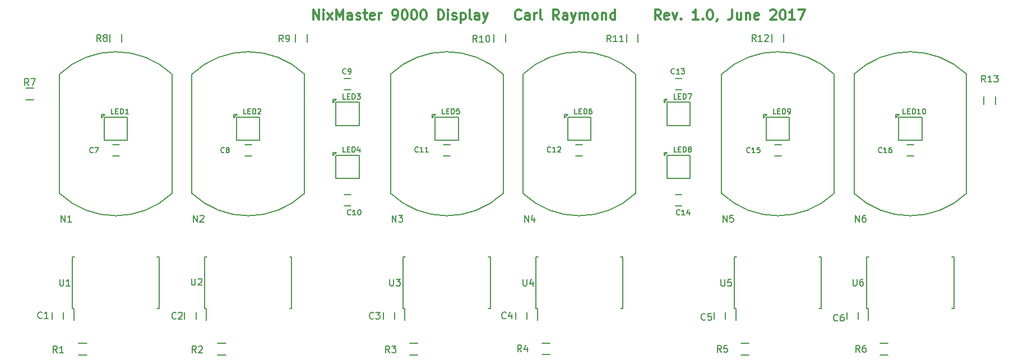
<source format=gto>
G04 #@! TF.FileFunction,Legend,Top*
%FSLAX46Y46*%
G04 Gerber Fmt 4.6, Leading zero omitted, Abs format (unit mm)*
G04 Created by KiCad (PCBNEW 4.0.6) date Sunday, June 18, 2017 'PMt' 07:47:11 PM*
%MOMM*%
%LPD*%
G01*
G04 APERTURE LIST*
%ADD10C,0.100000*%
%ADD11C,0.300000*%
%ADD12C,0.150000*%
G04 APERTURE END LIST*
D10*
D11*
X172307145Y-42778571D02*
X171807145Y-42064286D01*
X171450002Y-42778571D02*
X171450002Y-41278571D01*
X172021430Y-41278571D01*
X172164288Y-41350000D01*
X172235716Y-41421429D01*
X172307145Y-41564286D01*
X172307145Y-41778571D01*
X172235716Y-41921429D01*
X172164288Y-41992857D01*
X172021430Y-42064286D01*
X171450002Y-42064286D01*
X173521430Y-42707143D02*
X173378573Y-42778571D01*
X173092859Y-42778571D01*
X172950002Y-42707143D01*
X172878573Y-42564286D01*
X172878573Y-41992857D01*
X172950002Y-41850000D01*
X173092859Y-41778571D01*
X173378573Y-41778571D01*
X173521430Y-41850000D01*
X173592859Y-41992857D01*
X173592859Y-42135714D01*
X172878573Y-42278571D01*
X174092859Y-41778571D02*
X174450002Y-42778571D01*
X174807144Y-41778571D01*
X175378573Y-42635714D02*
X175450001Y-42707143D01*
X175378573Y-42778571D01*
X175307144Y-42707143D01*
X175378573Y-42635714D01*
X175378573Y-42778571D01*
X178021430Y-42778571D02*
X177164287Y-42778571D01*
X177592859Y-42778571D02*
X177592859Y-41278571D01*
X177450002Y-41492857D01*
X177307144Y-41635714D01*
X177164287Y-41707143D01*
X178664287Y-42635714D02*
X178735715Y-42707143D01*
X178664287Y-42778571D01*
X178592858Y-42707143D01*
X178664287Y-42635714D01*
X178664287Y-42778571D01*
X179664287Y-41278571D02*
X179807144Y-41278571D01*
X179950001Y-41350000D01*
X180021430Y-41421429D01*
X180092859Y-41564286D01*
X180164287Y-41850000D01*
X180164287Y-42207143D01*
X180092859Y-42492857D01*
X180021430Y-42635714D01*
X179950001Y-42707143D01*
X179807144Y-42778571D01*
X179664287Y-42778571D01*
X179521430Y-42707143D01*
X179450001Y-42635714D01*
X179378573Y-42492857D01*
X179307144Y-42207143D01*
X179307144Y-41850000D01*
X179378573Y-41564286D01*
X179450001Y-41421429D01*
X179521430Y-41350000D01*
X179664287Y-41278571D01*
X180878572Y-42707143D02*
X180878572Y-42778571D01*
X180807144Y-42921429D01*
X180735715Y-42992857D01*
X183092858Y-41278571D02*
X183092858Y-42350000D01*
X183021430Y-42564286D01*
X182878573Y-42707143D01*
X182664287Y-42778571D01*
X182521430Y-42778571D01*
X184450001Y-41778571D02*
X184450001Y-42778571D01*
X183807144Y-41778571D02*
X183807144Y-42564286D01*
X183878572Y-42707143D01*
X184021430Y-42778571D01*
X184235715Y-42778571D01*
X184378572Y-42707143D01*
X184450001Y-42635714D01*
X185164287Y-41778571D02*
X185164287Y-42778571D01*
X185164287Y-41921429D02*
X185235715Y-41850000D01*
X185378573Y-41778571D01*
X185592858Y-41778571D01*
X185735715Y-41850000D01*
X185807144Y-41992857D01*
X185807144Y-42778571D01*
X187092858Y-42707143D02*
X186950001Y-42778571D01*
X186664287Y-42778571D01*
X186521430Y-42707143D01*
X186450001Y-42564286D01*
X186450001Y-41992857D01*
X186521430Y-41850000D01*
X186664287Y-41778571D01*
X186950001Y-41778571D01*
X187092858Y-41850000D01*
X187164287Y-41992857D01*
X187164287Y-42135714D01*
X186450001Y-42278571D01*
X188878572Y-41421429D02*
X188950001Y-41350000D01*
X189092858Y-41278571D01*
X189450001Y-41278571D01*
X189592858Y-41350000D01*
X189664287Y-41421429D01*
X189735715Y-41564286D01*
X189735715Y-41707143D01*
X189664287Y-41921429D01*
X188807144Y-42778571D01*
X189735715Y-42778571D01*
X190664286Y-41278571D02*
X190807143Y-41278571D01*
X190950000Y-41350000D01*
X191021429Y-41421429D01*
X191092858Y-41564286D01*
X191164286Y-41850000D01*
X191164286Y-42207143D01*
X191092858Y-42492857D01*
X191021429Y-42635714D01*
X190950000Y-42707143D01*
X190807143Y-42778571D01*
X190664286Y-42778571D01*
X190521429Y-42707143D01*
X190450000Y-42635714D01*
X190378572Y-42492857D01*
X190307143Y-42207143D01*
X190307143Y-41850000D01*
X190378572Y-41564286D01*
X190450000Y-41421429D01*
X190521429Y-41350000D01*
X190664286Y-41278571D01*
X192592857Y-42778571D02*
X191735714Y-42778571D01*
X192164286Y-42778571D02*
X192164286Y-41278571D01*
X192021429Y-41492857D01*
X191878571Y-41635714D01*
X191735714Y-41707143D01*
X193092857Y-41278571D02*
X194092857Y-41278571D01*
X193450000Y-42778571D01*
X151214286Y-42635714D02*
X151142857Y-42707143D01*
X150928571Y-42778571D01*
X150785714Y-42778571D01*
X150571429Y-42707143D01*
X150428571Y-42564286D01*
X150357143Y-42421429D01*
X150285714Y-42135714D01*
X150285714Y-41921429D01*
X150357143Y-41635714D01*
X150428571Y-41492857D01*
X150571429Y-41350000D01*
X150785714Y-41278571D01*
X150928571Y-41278571D01*
X151142857Y-41350000D01*
X151214286Y-41421429D01*
X152500000Y-42778571D02*
X152500000Y-41992857D01*
X152428571Y-41850000D01*
X152285714Y-41778571D01*
X152000000Y-41778571D01*
X151857143Y-41850000D01*
X152500000Y-42707143D02*
X152357143Y-42778571D01*
X152000000Y-42778571D01*
X151857143Y-42707143D01*
X151785714Y-42564286D01*
X151785714Y-42421429D01*
X151857143Y-42278571D01*
X152000000Y-42207143D01*
X152357143Y-42207143D01*
X152500000Y-42135714D01*
X153214286Y-42778571D02*
X153214286Y-41778571D01*
X153214286Y-42064286D02*
X153285714Y-41921429D01*
X153357143Y-41850000D01*
X153500000Y-41778571D01*
X153642857Y-41778571D01*
X154357143Y-42778571D02*
X154214285Y-42707143D01*
X154142857Y-42564286D01*
X154142857Y-41278571D01*
X156928571Y-42778571D02*
X156428571Y-42064286D01*
X156071428Y-42778571D02*
X156071428Y-41278571D01*
X156642856Y-41278571D01*
X156785714Y-41350000D01*
X156857142Y-41421429D01*
X156928571Y-41564286D01*
X156928571Y-41778571D01*
X156857142Y-41921429D01*
X156785714Y-41992857D01*
X156642856Y-42064286D01*
X156071428Y-42064286D01*
X158214285Y-42778571D02*
X158214285Y-41992857D01*
X158142856Y-41850000D01*
X157999999Y-41778571D01*
X157714285Y-41778571D01*
X157571428Y-41850000D01*
X158214285Y-42707143D02*
X158071428Y-42778571D01*
X157714285Y-42778571D01*
X157571428Y-42707143D01*
X157499999Y-42564286D01*
X157499999Y-42421429D01*
X157571428Y-42278571D01*
X157714285Y-42207143D01*
X158071428Y-42207143D01*
X158214285Y-42135714D01*
X158785714Y-41778571D02*
X159142857Y-42778571D01*
X159499999Y-41778571D02*
X159142857Y-42778571D01*
X158999999Y-43135714D01*
X158928571Y-43207143D01*
X158785714Y-43278571D01*
X160071428Y-42778571D02*
X160071428Y-41778571D01*
X160071428Y-41921429D02*
X160142856Y-41850000D01*
X160285714Y-41778571D01*
X160499999Y-41778571D01*
X160642856Y-41850000D01*
X160714285Y-41992857D01*
X160714285Y-42778571D01*
X160714285Y-41992857D02*
X160785714Y-41850000D01*
X160928571Y-41778571D01*
X161142856Y-41778571D01*
X161285714Y-41850000D01*
X161357142Y-41992857D01*
X161357142Y-42778571D01*
X162285714Y-42778571D02*
X162142856Y-42707143D01*
X162071428Y-42635714D01*
X161999999Y-42492857D01*
X161999999Y-42064286D01*
X162071428Y-41921429D01*
X162142856Y-41850000D01*
X162285714Y-41778571D01*
X162499999Y-41778571D01*
X162642856Y-41850000D01*
X162714285Y-41921429D01*
X162785714Y-42064286D01*
X162785714Y-42492857D01*
X162714285Y-42635714D01*
X162642856Y-42707143D01*
X162499999Y-42778571D01*
X162285714Y-42778571D01*
X163428571Y-41778571D02*
X163428571Y-42778571D01*
X163428571Y-41921429D02*
X163499999Y-41850000D01*
X163642857Y-41778571D01*
X163857142Y-41778571D01*
X163999999Y-41850000D01*
X164071428Y-41992857D01*
X164071428Y-42778571D01*
X165428571Y-42778571D02*
X165428571Y-41278571D01*
X165428571Y-42707143D02*
X165285714Y-42778571D01*
X165000000Y-42778571D01*
X164857142Y-42707143D01*
X164785714Y-42635714D01*
X164714285Y-42492857D01*
X164714285Y-42064286D01*
X164785714Y-41921429D01*
X164857142Y-41850000D01*
X165000000Y-41778571D01*
X165285714Y-41778571D01*
X165428571Y-41850000D01*
X119828572Y-42778571D02*
X119828572Y-41278571D01*
X120685715Y-42778571D01*
X120685715Y-41278571D01*
X121400001Y-42778571D02*
X121400001Y-41778571D01*
X121400001Y-41278571D02*
X121328572Y-41350000D01*
X121400001Y-41421429D01*
X121471429Y-41350000D01*
X121400001Y-41278571D01*
X121400001Y-41421429D01*
X121971430Y-42778571D02*
X122757144Y-41778571D01*
X121971430Y-41778571D02*
X122757144Y-42778571D01*
X123328573Y-42778571D02*
X123328573Y-41278571D01*
X123828573Y-42350000D01*
X124328573Y-41278571D01*
X124328573Y-42778571D01*
X125685716Y-42778571D02*
X125685716Y-41992857D01*
X125614287Y-41850000D01*
X125471430Y-41778571D01*
X125185716Y-41778571D01*
X125042859Y-41850000D01*
X125685716Y-42707143D02*
X125542859Y-42778571D01*
X125185716Y-42778571D01*
X125042859Y-42707143D01*
X124971430Y-42564286D01*
X124971430Y-42421429D01*
X125042859Y-42278571D01*
X125185716Y-42207143D01*
X125542859Y-42207143D01*
X125685716Y-42135714D01*
X126328573Y-42707143D02*
X126471430Y-42778571D01*
X126757145Y-42778571D01*
X126900002Y-42707143D01*
X126971430Y-42564286D01*
X126971430Y-42492857D01*
X126900002Y-42350000D01*
X126757145Y-42278571D01*
X126542859Y-42278571D01*
X126400002Y-42207143D01*
X126328573Y-42064286D01*
X126328573Y-41992857D01*
X126400002Y-41850000D01*
X126542859Y-41778571D01*
X126757145Y-41778571D01*
X126900002Y-41850000D01*
X127400002Y-41778571D02*
X127971431Y-41778571D01*
X127614288Y-41278571D02*
X127614288Y-42564286D01*
X127685716Y-42707143D01*
X127828574Y-42778571D01*
X127971431Y-42778571D01*
X129042859Y-42707143D02*
X128900002Y-42778571D01*
X128614288Y-42778571D01*
X128471431Y-42707143D01*
X128400002Y-42564286D01*
X128400002Y-41992857D01*
X128471431Y-41850000D01*
X128614288Y-41778571D01*
X128900002Y-41778571D01*
X129042859Y-41850000D01*
X129114288Y-41992857D01*
X129114288Y-42135714D01*
X128400002Y-42278571D01*
X129757145Y-42778571D02*
X129757145Y-41778571D01*
X129757145Y-42064286D02*
X129828573Y-41921429D01*
X129900002Y-41850000D01*
X130042859Y-41778571D01*
X130185716Y-41778571D01*
X131900001Y-42778571D02*
X132185716Y-42778571D01*
X132328573Y-42707143D01*
X132400001Y-42635714D01*
X132542859Y-42421429D01*
X132614287Y-42135714D01*
X132614287Y-41564286D01*
X132542859Y-41421429D01*
X132471430Y-41350000D01*
X132328573Y-41278571D01*
X132042859Y-41278571D01*
X131900001Y-41350000D01*
X131828573Y-41421429D01*
X131757144Y-41564286D01*
X131757144Y-41921429D01*
X131828573Y-42064286D01*
X131900001Y-42135714D01*
X132042859Y-42207143D01*
X132328573Y-42207143D01*
X132471430Y-42135714D01*
X132542859Y-42064286D01*
X132614287Y-41921429D01*
X133542858Y-41278571D02*
X133685715Y-41278571D01*
X133828572Y-41350000D01*
X133900001Y-41421429D01*
X133971430Y-41564286D01*
X134042858Y-41850000D01*
X134042858Y-42207143D01*
X133971430Y-42492857D01*
X133900001Y-42635714D01*
X133828572Y-42707143D01*
X133685715Y-42778571D01*
X133542858Y-42778571D01*
X133400001Y-42707143D01*
X133328572Y-42635714D01*
X133257144Y-42492857D01*
X133185715Y-42207143D01*
X133185715Y-41850000D01*
X133257144Y-41564286D01*
X133328572Y-41421429D01*
X133400001Y-41350000D01*
X133542858Y-41278571D01*
X134971429Y-41278571D02*
X135114286Y-41278571D01*
X135257143Y-41350000D01*
X135328572Y-41421429D01*
X135400001Y-41564286D01*
X135471429Y-41850000D01*
X135471429Y-42207143D01*
X135400001Y-42492857D01*
X135328572Y-42635714D01*
X135257143Y-42707143D01*
X135114286Y-42778571D01*
X134971429Y-42778571D01*
X134828572Y-42707143D01*
X134757143Y-42635714D01*
X134685715Y-42492857D01*
X134614286Y-42207143D01*
X134614286Y-41850000D01*
X134685715Y-41564286D01*
X134757143Y-41421429D01*
X134828572Y-41350000D01*
X134971429Y-41278571D01*
X136400000Y-41278571D02*
X136542857Y-41278571D01*
X136685714Y-41350000D01*
X136757143Y-41421429D01*
X136828572Y-41564286D01*
X136900000Y-41850000D01*
X136900000Y-42207143D01*
X136828572Y-42492857D01*
X136757143Y-42635714D01*
X136685714Y-42707143D01*
X136542857Y-42778571D01*
X136400000Y-42778571D01*
X136257143Y-42707143D01*
X136185714Y-42635714D01*
X136114286Y-42492857D01*
X136042857Y-42207143D01*
X136042857Y-41850000D01*
X136114286Y-41564286D01*
X136185714Y-41421429D01*
X136257143Y-41350000D01*
X136400000Y-41278571D01*
X138685714Y-42778571D02*
X138685714Y-41278571D01*
X139042857Y-41278571D01*
X139257142Y-41350000D01*
X139400000Y-41492857D01*
X139471428Y-41635714D01*
X139542857Y-41921429D01*
X139542857Y-42135714D01*
X139471428Y-42421429D01*
X139400000Y-42564286D01*
X139257142Y-42707143D01*
X139042857Y-42778571D01*
X138685714Y-42778571D01*
X140185714Y-42778571D02*
X140185714Y-41778571D01*
X140185714Y-41278571D02*
X140114285Y-41350000D01*
X140185714Y-41421429D01*
X140257142Y-41350000D01*
X140185714Y-41278571D01*
X140185714Y-41421429D01*
X140828571Y-42707143D02*
X140971428Y-42778571D01*
X141257143Y-42778571D01*
X141400000Y-42707143D01*
X141471428Y-42564286D01*
X141471428Y-42492857D01*
X141400000Y-42350000D01*
X141257143Y-42278571D01*
X141042857Y-42278571D01*
X140900000Y-42207143D01*
X140828571Y-42064286D01*
X140828571Y-41992857D01*
X140900000Y-41850000D01*
X141042857Y-41778571D01*
X141257143Y-41778571D01*
X141400000Y-41850000D01*
X142114286Y-41778571D02*
X142114286Y-43278571D01*
X142114286Y-41850000D02*
X142257143Y-41778571D01*
X142542857Y-41778571D01*
X142685714Y-41850000D01*
X142757143Y-41921429D01*
X142828572Y-42064286D01*
X142828572Y-42492857D01*
X142757143Y-42635714D01*
X142685714Y-42707143D01*
X142542857Y-42778571D01*
X142257143Y-42778571D01*
X142114286Y-42707143D01*
X143685715Y-42778571D02*
X143542857Y-42707143D01*
X143471429Y-42564286D01*
X143471429Y-41278571D01*
X144900000Y-42778571D02*
X144900000Y-41992857D01*
X144828571Y-41850000D01*
X144685714Y-41778571D01*
X144400000Y-41778571D01*
X144257143Y-41850000D01*
X144900000Y-42707143D02*
X144757143Y-42778571D01*
X144400000Y-42778571D01*
X144257143Y-42707143D01*
X144185714Y-42564286D01*
X144185714Y-42421429D01*
X144257143Y-42278571D01*
X144400000Y-42207143D01*
X144757143Y-42207143D01*
X144900000Y-42135714D01*
X145471429Y-41778571D02*
X145828572Y-42778571D01*
X146185714Y-41778571D02*
X145828572Y-42778571D01*
X145685714Y-43135714D01*
X145614286Y-43207143D01*
X145471429Y-43278571D01*
D12*
X190875000Y-45000000D02*
X190875000Y-46200000D01*
X189125000Y-46200000D02*
X189125000Y-45000000D01*
X201500000Y-69000000D02*
G75*
G03X218500000Y-69000000I8500000J9000000D01*
G01*
X218500000Y-51000000D02*
G75*
G03X201500000Y-51000000I-8500000J-9000000D01*
G01*
X201500000Y-69000000D02*
X201500000Y-51000000D01*
X218500000Y-51000000D02*
X218500000Y-69000000D01*
X203425000Y-86375000D02*
X203675000Y-86375000D01*
X203425000Y-78625000D02*
X203760000Y-78625000D01*
X216575000Y-78625000D02*
X216240000Y-78625000D01*
X216575000Y-86375000D02*
X216240000Y-86375000D01*
X203425000Y-86375000D02*
X203425000Y-78625000D01*
X216575000Y-86375000D02*
X216575000Y-78625000D01*
X203675000Y-86375000D02*
X203675000Y-88175000D01*
X153425000Y-86375000D02*
X153675000Y-86375000D01*
X153425000Y-78625000D02*
X153760000Y-78625000D01*
X166575000Y-78625000D02*
X166240000Y-78625000D01*
X166575000Y-86375000D02*
X166240000Y-86375000D01*
X153425000Y-86375000D02*
X153425000Y-78625000D01*
X166575000Y-86375000D02*
X166575000Y-78625000D01*
X153675000Y-86375000D02*
X153675000Y-88175000D01*
X135600000Y-93375000D02*
X134400000Y-93375000D01*
X134400000Y-91625000D02*
X135600000Y-91625000D01*
X132100000Y-88000000D02*
X132100000Y-87000000D01*
X130400000Y-87000000D02*
X130400000Y-88000000D01*
X133425000Y-86375000D02*
X133675000Y-86375000D01*
X133425000Y-78625000D02*
X133760000Y-78625000D01*
X146575000Y-78625000D02*
X146240000Y-78625000D01*
X146575000Y-86375000D02*
X146240000Y-86375000D01*
X133425000Y-86375000D02*
X133425000Y-78625000D01*
X146575000Y-86375000D02*
X146575000Y-78625000D01*
X133675000Y-86375000D02*
X133675000Y-88175000D01*
X183425000Y-86375000D02*
X183675000Y-86375000D01*
X183425000Y-78625000D02*
X183760000Y-78625000D01*
X196575000Y-78625000D02*
X196240000Y-78625000D01*
X196575000Y-86375000D02*
X196240000Y-86375000D01*
X183425000Y-86375000D02*
X183425000Y-78625000D01*
X196575000Y-86375000D02*
X196575000Y-78625000D01*
X183675000Y-86375000D02*
X183675000Y-88175000D01*
X131500000Y-69000000D02*
G75*
G03X148500000Y-69000000I8500000J9000000D01*
G01*
X148500000Y-51000000D02*
G75*
G03X131500000Y-51000000I-8500000J-9000000D01*
G01*
X131500000Y-69000000D02*
X131500000Y-51000000D01*
X148500000Y-51000000D02*
X148500000Y-69000000D01*
X82100000Y-88000000D02*
X82100000Y-87000000D01*
X80400000Y-87000000D02*
X80400000Y-88000000D01*
X102100000Y-88000000D02*
X102100000Y-87000000D01*
X100400000Y-87000000D02*
X100400000Y-88000000D01*
X152100000Y-87972928D02*
X152100000Y-86972928D01*
X150400000Y-86972928D02*
X150400000Y-87972928D01*
X182100000Y-88000000D02*
X182100000Y-87000000D01*
X180400000Y-87000000D02*
X180400000Y-88000000D01*
X202100000Y-88000000D02*
X202100000Y-87000000D01*
X200400000Y-87000000D02*
X200400000Y-88000000D01*
X89500000Y-63350000D02*
X90500000Y-63350000D01*
X90500000Y-61650000D02*
X89500000Y-61650000D01*
X109500000Y-63350000D02*
X110500000Y-63350000D01*
X110500000Y-61650000D02*
X109500000Y-61650000D01*
X124500000Y-53350000D02*
X125500000Y-53350000D01*
X125500000Y-51650000D02*
X124500000Y-51650000D01*
X124500000Y-70850000D02*
X125500000Y-70850000D01*
X125500000Y-69150000D02*
X124500000Y-69150000D01*
X139500000Y-63350000D02*
X140500000Y-63350000D01*
X140500000Y-61650000D02*
X139500000Y-61650000D01*
X159500000Y-63350000D02*
X160500000Y-63350000D01*
X160500000Y-61650000D02*
X159500000Y-61650000D01*
X174500000Y-53350000D02*
X175500000Y-53350000D01*
X175500000Y-51650000D02*
X174500000Y-51650000D01*
X174500000Y-70850000D02*
X175500000Y-70850000D01*
X175500000Y-69150000D02*
X174500000Y-69150000D01*
X189500000Y-63350000D02*
X190500000Y-63350000D01*
X190500000Y-61650000D02*
X189500000Y-61650000D01*
X209500000Y-63350000D02*
X210500000Y-63350000D01*
X210500000Y-61650000D02*
X209500000Y-61650000D01*
X81500000Y-69000000D02*
G75*
G03X98500000Y-69000000I8500000J9000000D01*
G01*
X98500000Y-51000000D02*
G75*
G03X81500000Y-51000000I-8500000J-9000000D01*
G01*
X81500000Y-69000000D02*
X81500000Y-51000000D01*
X98500000Y-51000000D02*
X98500000Y-69000000D01*
X101500000Y-69000000D02*
G75*
G03X118500000Y-69000000I8500000J9000000D01*
G01*
X118500000Y-51000000D02*
G75*
G03X101500000Y-51000000I-8500000J-9000000D01*
G01*
X101500000Y-69000000D02*
X101500000Y-51000000D01*
X118500000Y-51000000D02*
X118500000Y-69000000D01*
X151500000Y-69000000D02*
G75*
G03X168500000Y-69000000I8500000J9000000D01*
G01*
X168500000Y-51000000D02*
G75*
G03X151500000Y-51000000I-8500000J-9000000D01*
G01*
X151500000Y-69000000D02*
X151500000Y-51000000D01*
X168500000Y-51000000D02*
X168500000Y-69000000D01*
X181500000Y-69000000D02*
G75*
G03X198500000Y-69000000I8500000J9000000D01*
G01*
X198500000Y-51000000D02*
G75*
G03X181500000Y-51000000I-8500000J-9000000D01*
G01*
X181500000Y-69000000D02*
X181500000Y-51000000D01*
X198500000Y-51000000D02*
X198500000Y-69000000D01*
X85600000Y-93375000D02*
X84400000Y-93375000D01*
X84400000Y-91625000D02*
X85600000Y-91625000D01*
X106600000Y-93375000D02*
X105400000Y-93375000D01*
X105400000Y-91625000D02*
X106600000Y-91625000D01*
X155600000Y-93347928D02*
X154400000Y-93347928D01*
X154400000Y-91597928D02*
X155600000Y-91597928D01*
X185600000Y-93375000D02*
X184400000Y-93375000D01*
X184400000Y-91625000D02*
X185600000Y-91625000D01*
X206600000Y-93375000D02*
X205400000Y-93375000D01*
X205400000Y-91625000D02*
X206600000Y-91625000D01*
X76400000Y-53125000D02*
X77600000Y-53125000D01*
X77600000Y-54875000D02*
X76400000Y-54875000D01*
X90875000Y-45000000D02*
X90875000Y-46200000D01*
X89125000Y-46200000D02*
X89125000Y-45000000D01*
X148875000Y-45000000D02*
X148875000Y-46200000D01*
X147125000Y-46200000D02*
X147125000Y-45000000D01*
X118875000Y-45000000D02*
X118875000Y-46200000D01*
X117125000Y-46200000D02*
X117125000Y-45000000D01*
X168875000Y-45000000D02*
X168875000Y-46200000D01*
X167125000Y-46200000D02*
X167125000Y-45000000D01*
X222875000Y-54400000D02*
X222875000Y-55600000D01*
X221125000Y-55600000D02*
X221125000Y-54400000D01*
X83425000Y-86375000D02*
X83675000Y-86375000D01*
X83425000Y-78625000D02*
X83760000Y-78625000D01*
X96575000Y-78625000D02*
X96240000Y-78625000D01*
X96575000Y-86375000D02*
X96240000Y-86375000D01*
X83425000Y-86375000D02*
X83425000Y-78625000D01*
X96575000Y-86375000D02*
X96575000Y-78625000D01*
X83675000Y-86375000D02*
X83675000Y-88175000D01*
X103425000Y-86375000D02*
X103675000Y-86375000D01*
X103425000Y-78625000D02*
X103760000Y-78625000D01*
X116575000Y-78625000D02*
X116240000Y-78625000D01*
X116575000Y-86375000D02*
X116240000Y-86375000D01*
X103425000Y-86375000D02*
X103425000Y-78625000D01*
X116575000Y-86375000D02*
X116575000Y-78625000D01*
X103675000Y-86375000D02*
X103675000Y-88175000D01*
X172800000Y-63300000D02*
X173300000Y-62800000D01*
X172800000Y-62800000D02*
X173300000Y-62800000D01*
X172800000Y-63300000D02*
X172800000Y-62800000D01*
X176750000Y-66750000D02*
X173250000Y-66750000D01*
X176750000Y-63250000D02*
X176750000Y-66750000D01*
X173250000Y-63250000D02*
X176750000Y-63250000D01*
X173250000Y-66750000D02*
X173250000Y-63250000D01*
X172800000Y-55300000D02*
X173300000Y-54800000D01*
X172800000Y-54800000D02*
X173300000Y-54800000D01*
X172800000Y-55300000D02*
X172800000Y-54800000D01*
X176750000Y-58750000D02*
X173250000Y-58750000D01*
X176750000Y-55250000D02*
X176750000Y-58750000D01*
X173250000Y-55250000D02*
X176750000Y-55250000D01*
X173250000Y-58750000D02*
X173250000Y-55250000D01*
X122800000Y-63300000D02*
X123300000Y-62800000D01*
X122800000Y-62800000D02*
X123300000Y-62800000D01*
X122800000Y-63300000D02*
X122800000Y-62800000D01*
X126750000Y-66750000D02*
X123250000Y-66750000D01*
X126750000Y-63250000D02*
X126750000Y-66750000D01*
X123250000Y-63250000D02*
X126750000Y-63250000D01*
X123250000Y-66750000D02*
X123250000Y-63250000D01*
X122800000Y-55300000D02*
X123300000Y-54800000D01*
X122800000Y-54800000D02*
X123300000Y-54800000D01*
X122800000Y-55300000D02*
X122800000Y-54800000D01*
X126750000Y-58750000D02*
X123250000Y-58750000D01*
X126750000Y-55250000D02*
X126750000Y-58750000D01*
X123250000Y-55250000D02*
X126750000Y-55250000D01*
X123250000Y-58750000D02*
X123250000Y-55250000D01*
X207800000Y-57550000D02*
X208300000Y-57050000D01*
X207800000Y-57050000D02*
X208300000Y-57050000D01*
X207800000Y-57550000D02*
X207800000Y-57050000D01*
X211750000Y-61000000D02*
X208250000Y-61000000D01*
X211750000Y-57500000D02*
X211750000Y-61000000D01*
X208250000Y-57500000D02*
X211750000Y-57500000D01*
X208250000Y-61000000D02*
X208250000Y-57500000D01*
X187800000Y-57550000D02*
X188300000Y-57050000D01*
X187800000Y-57050000D02*
X188300000Y-57050000D01*
X187800000Y-57550000D02*
X187800000Y-57050000D01*
X191750000Y-61000000D02*
X188250000Y-61000000D01*
X191750000Y-57500000D02*
X191750000Y-61000000D01*
X188250000Y-57500000D02*
X191750000Y-57500000D01*
X188250000Y-61000000D02*
X188250000Y-57500000D01*
X157800000Y-57550000D02*
X158300000Y-57050000D01*
X157800000Y-57050000D02*
X158300000Y-57050000D01*
X157800000Y-57550000D02*
X157800000Y-57050000D01*
X161750000Y-61000000D02*
X158250000Y-61000000D01*
X161750000Y-57500000D02*
X161750000Y-61000000D01*
X158250000Y-57500000D02*
X161750000Y-57500000D01*
X158250000Y-61000000D02*
X158250000Y-57500000D01*
X137800000Y-57550000D02*
X138300000Y-57050000D01*
X137800000Y-57050000D02*
X138300000Y-57050000D01*
X137800000Y-57550000D02*
X137800000Y-57050000D01*
X141750000Y-61000000D02*
X138250000Y-61000000D01*
X141750000Y-57500000D02*
X141750000Y-61000000D01*
X138250000Y-57500000D02*
X141750000Y-57500000D01*
X138250000Y-61000000D02*
X138250000Y-57500000D01*
X107800000Y-57550000D02*
X108300000Y-57050000D01*
X107800000Y-57050000D02*
X108300000Y-57050000D01*
X107800000Y-57550000D02*
X107800000Y-57050000D01*
X111750000Y-61000000D02*
X108250000Y-61000000D01*
X111750000Y-57500000D02*
X111750000Y-61000000D01*
X108250000Y-57500000D02*
X111750000Y-57500000D01*
X108250000Y-61000000D02*
X108250000Y-57500000D01*
X87800000Y-57550000D02*
X88300000Y-57050000D01*
X87800000Y-57050000D02*
X88300000Y-57050000D01*
X87800000Y-57550000D02*
X87800000Y-57050000D01*
X91750000Y-61000000D02*
X88250000Y-61000000D01*
X91750000Y-57500000D02*
X91750000Y-61000000D01*
X88250000Y-57500000D02*
X91750000Y-57500000D01*
X88250000Y-61000000D02*
X88250000Y-57500000D01*
X186683143Y-46045381D02*
X186349809Y-45569190D01*
X186111714Y-46045381D02*
X186111714Y-45045381D01*
X186492667Y-45045381D01*
X186587905Y-45093000D01*
X186635524Y-45140619D01*
X186683143Y-45235857D01*
X186683143Y-45378714D01*
X186635524Y-45473952D01*
X186587905Y-45521571D01*
X186492667Y-45569190D01*
X186111714Y-45569190D01*
X187635524Y-46045381D02*
X187064095Y-46045381D01*
X187349809Y-46045381D02*
X187349809Y-45045381D01*
X187254571Y-45188238D01*
X187159333Y-45283476D01*
X187064095Y-45331095D01*
X188016476Y-45140619D02*
X188064095Y-45093000D01*
X188159333Y-45045381D01*
X188397429Y-45045381D01*
X188492667Y-45093000D01*
X188540286Y-45140619D01*
X188587905Y-45235857D01*
X188587905Y-45331095D01*
X188540286Y-45473952D01*
X187968857Y-46045381D01*
X188587905Y-46045381D01*
X201738095Y-73316381D02*
X201738095Y-72316381D01*
X202309524Y-73316381D01*
X202309524Y-72316381D01*
X203214286Y-72316381D02*
X203023809Y-72316381D01*
X202928571Y-72364000D01*
X202880952Y-72411619D01*
X202785714Y-72554476D01*
X202738095Y-72744952D01*
X202738095Y-73125905D01*
X202785714Y-73221143D01*
X202833333Y-73268762D01*
X202928571Y-73316381D01*
X203119048Y-73316381D01*
X203214286Y-73268762D01*
X203261905Y-73221143D01*
X203309524Y-73125905D01*
X203309524Y-72887810D01*
X203261905Y-72792571D01*
X203214286Y-72744952D01*
X203119048Y-72697333D01*
X202928571Y-72697333D01*
X202833333Y-72744952D01*
X202785714Y-72792571D01*
X202738095Y-72887810D01*
X201358595Y-81952381D02*
X201358595Y-82761905D01*
X201406214Y-82857143D01*
X201453833Y-82904762D01*
X201549071Y-82952381D01*
X201739548Y-82952381D01*
X201834786Y-82904762D01*
X201882405Y-82857143D01*
X201930024Y-82761905D01*
X201930024Y-81952381D01*
X202834786Y-81952381D02*
X202644309Y-81952381D01*
X202549071Y-82000000D01*
X202501452Y-82047619D01*
X202406214Y-82190476D01*
X202358595Y-82380952D01*
X202358595Y-82761905D01*
X202406214Y-82857143D01*
X202453833Y-82904762D01*
X202549071Y-82952381D01*
X202739548Y-82952381D01*
X202834786Y-82904762D01*
X202882405Y-82857143D01*
X202930024Y-82761905D01*
X202930024Y-82523810D01*
X202882405Y-82428571D01*
X202834786Y-82380952D01*
X202739548Y-82333333D01*
X202549071Y-82333333D01*
X202453833Y-82380952D01*
X202406214Y-82428571D01*
X202358595Y-82523810D01*
X151511095Y-81952381D02*
X151511095Y-82761905D01*
X151558714Y-82857143D01*
X151606333Y-82904762D01*
X151701571Y-82952381D01*
X151892048Y-82952381D01*
X151987286Y-82904762D01*
X152034905Y-82857143D01*
X152082524Y-82761905D01*
X152082524Y-81952381D01*
X152987286Y-82285714D02*
X152987286Y-82952381D01*
X152749190Y-81904762D02*
X152511095Y-82619048D01*
X153130143Y-82619048D01*
X131341834Y-93035381D02*
X131008500Y-92559190D01*
X130770405Y-93035381D02*
X130770405Y-92035381D01*
X131151358Y-92035381D01*
X131246596Y-92083000D01*
X131294215Y-92130619D01*
X131341834Y-92225857D01*
X131341834Y-92368714D01*
X131294215Y-92463952D01*
X131246596Y-92511571D01*
X131151358Y-92559190D01*
X130770405Y-92559190D01*
X131675167Y-92035381D02*
X132294215Y-92035381D01*
X131960881Y-92416333D01*
X132103739Y-92416333D01*
X132198977Y-92463952D01*
X132246596Y-92511571D01*
X132294215Y-92606810D01*
X132294215Y-92844905D01*
X132246596Y-92940143D01*
X132198977Y-92987762D01*
X132103739Y-93035381D01*
X131818024Y-93035381D01*
X131722786Y-92987762D01*
X131675167Y-92940143D01*
X128928834Y-87860143D02*
X128881215Y-87907762D01*
X128738358Y-87955381D01*
X128643120Y-87955381D01*
X128500262Y-87907762D01*
X128405024Y-87812524D01*
X128357405Y-87717286D01*
X128309786Y-87526810D01*
X128309786Y-87383952D01*
X128357405Y-87193476D01*
X128405024Y-87098238D01*
X128500262Y-87003000D01*
X128643120Y-86955381D01*
X128738358Y-86955381D01*
X128881215Y-87003000D01*
X128928834Y-87050619D01*
X129262167Y-86955381D02*
X129881215Y-86955381D01*
X129547881Y-87336333D01*
X129690739Y-87336333D01*
X129785977Y-87383952D01*
X129833596Y-87431571D01*
X129881215Y-87526810D01*
X129881215Y-87764905D01*
X129833596Y-87860143D01*
X129785977Y-87907762D01*
X129690739Y-87955381D01*
X129405024Y-87955381D01*
X129309786Y-87907762D01*
X129262167Y-87860143D01*
X131381595Y-81952381D02*
X131381595Y-82761905D01*
X131429214Y-82857143D01*
X131476833Y-82904762D01*
X131572071Y-82952381D01*
X131762548Y-82952381D01*
X131857786Y-82904762D01*
X131905405Y-82857143D01*
X131953024Y-82761905D01*
X131953024Y-81952381D01*
X132333976Y-81952381D02*
X132953024Y-81952381D01*
X132619690Y-82333333D01*
X132762548Y-82333333D01*
X132857786Y-82380952D01*
X132905405Y-82428571D01*
X132953024Y-82523810D01*
X132953024Y-82761905D01*
X132905405Y-82857143D01*
X132857786Y-82904762D01*
X132762548Y-82952381D01*
X132476833Y-82952381D01*
X132381595Y-82904762D01*
X132333976Y-82857143D01*
X181419595Y-82002381D02*
X181419595Y-82811905D01*
X181467214Y-82907143D01*
X181514833Y-82954762D01*
X181610071Y-83002381D01*
X181800548Y-83002381D01*
X181895786Y-82954762D01*
X181943405Y-82907143D01*
X181991024Y-82811905D01*
X181991024Y-82002381D01*
X182943405Y-82002381D02*
X182467214Y-82002381D01*
X182419595Y-82478571D01*
X182467214Y-82430952D01*
X182562452Y-82383333D01*
X182800548Y-82383333D01*
X182895786Y-82430952D01*
X182943405Y-82478571D01*
X182991024Y-82573810D01*
X182991024Y-82811905D01*
X182943405Y-82907143D01*
X182895786Y-82954762D01*
X182800548Y-83002381D01*
X182562452Y-83002381D01*
X182467214Y-82954762D01*
X182419595Y-82907143D01*
X131738095Y-73316381D02*
X131738095Y-72316381D01*
X132309524Y-73316381D01*
X132309524Y-72316381D01*
X132690476Y-72316381D02*
X133309524Y-72316381D01*
X132976190Y-72697333D01*
X133119048Y-72697333D01*
X133214286Y-72744952D01*
X133261905Y-72792571D01*
X133309524Y-72887810D01*
X133309524Y-73125905D01*
X133261905Y-73221143D01*
X133214286Y-73268762D01*
X133119048Y-73316381D01*
X132833333Y-73316381D01*
X132738095Y-73268762D01*
X132690476Y-73221143D01*
X78833334Y-87796643D02*
X78785715Y-87844262D01*
X78642858Y-87891881D01*
X78547620Y-87891881D01*
X78404762Y-87844262D01*
X78309524Y-87749024D01*
X78261905Y-87653786D01*
X78214286Y-87463310D01*
X78214286Y-87320452D01*
X78261905Y-87129976D01*
X78309524Y-87034738D01*
X78404762Y-86939500D01*
X78547620Y-86891881D01*
X78642858Y-86891881D01*
X78785715Y-86939500D01*
X78833334Y-86987119D01*
X79785715Y-87891881D02*
X79214286Y-87891881D01*
X79500000Y-87891881D02*
X79500000Y-86891881D01*
X79404762Y-87034738D01*
X79309524Y-87129976D01*
X79214286Y-87177595D01*
X99083834Y-87860143D02*
X99036215Y-87907762D01*
X98893358Y-87955381D01*
X98798120Y-87955381D01*
X98655262Y-87907762D01*
X98560024Y-87812524D01*
X98512405Y-87717286D01*
X98464786Y-87526810D01*
X98464786Y-87383952D01*
X98512405Y-87193476D01*
X98560024Y-87098238D01*
X98655262Y-87003000D01*
X98798120Y-86955381D01*
X98893358Y-86955381D01*
X99036215Y-87003000D01*
X99083834Y-87050619D01*
X99464786Y-87050619D02*
X99512405Y-87003000D01*
X99607643Y-86955381D01*
X99845739Y-86955381D01*
X99940977Y-87003000D01*
X99988596Y-87050619D01*
X100036215Y-87145857D01*
X100036215Y-87241095D01*
X99988596Y-87383952D01*
X99417167Y-87955381D01*
X100036215Y-87955381D01*
X148931334Y-87830071D02*
X148883715Y-87877690D01*
X148740858Y-87925309D01*
X148645620Y-87925309D01*
X148502762Y-87877690D01*
X148407524Y-87782452D01*
X148359905Y-87687214D01*
X148312286Y-87496738D01*
X148312286Y-87353880D01*
X148359905Y-87163404D01*
X148407524Y-87068166D01*
X148502762Y-86972928D01*
X148645620Y-86925309D01*
X148740858Y-86925309D01*
X148883715Y-86972928D01*
X148931334Y-87020547D01*
X149788477Y-87258642D02*
X149788477Y-87925309D01*
X149550381Y-86877690D02*
X149312286Y-87591976D01*
X149931334Y-87591976D01*
X179030334Y-88050643D02*
X178982715Y-88098262D01*
X178839858Y-88145881D01*
X178744620Y-88145881D01*
X178601762Y-88098262D01*
X178506524Y-88003024D01*
X178458905Y-87907786D01*
X178411286Y-87717310D01*
X178411286Y-87574452D01*
X178458905Y-87383976D01*
X178506524Y-87288738D01*
X178601762Y-87193500D01*
X178744620Y-87145881D01*
X178839858Y-87145881D01*
X178982715Y-87193500D01*
X179030334Y-87241119D01*
X179935096Y-87145881D02*
X179458905Y-87145881D01*
X179411286Y-87622071D01*
X179458905Y-87574452D01*
X179554143Y-87526833D01*
X179792239Y-87526833D01*
X179887477Y-87574452D01*
X179935096Y-87622071D01*
X179982715Y-87717310D01*
X179982715Y-87955405D01*
X179935096Y-88050643D01*
X179887477Y-88098262D01*
X179792239Y-88145881D01*
X179554143Y-88145881D01*
X179458905Y-88098262D01*
X179411286Y-88050643D01*
X199032834Y-88177643D02*
X198985215Y-88225262D01*
X198842358Y-88272881D01*
X198747120Y-88272881D01*
X198604262Y-88225262D01*
X198509024Y-88130024D01*
X198461405Y-88034786D01*
X198413786Y-87844310D01*
X198413786Y-87701452D01*
X198461405Y-87510976D01*
X198509024Y-87415738D01*
X198604262Y-87320500D01*
X198747120Y-87272881D01*
X198842358Y-87272881D01*
X198985215Y-87320500D01*
X199032834Y-87368119D01*
X199889977Y-87272881D02*
X199699500Y-87272881D01*
X199604262Y-87320500D01*
X199556643Y-87368119D01*
X199461405Y-87510976D01*
X199413786Y-87701452D01*
X199413786Y-88082405D01*
X199461405Y-88177643D01*
X199509024Y-88225262D01*
X199604262Y-88272881D01*
X199794739Y-88272881D01*
X199889977Y-88225262D01*
X199937596Y-88177643D01*
X199985215Y-88082405D01*
X199985215Y-87844310D01*
X199937596Y-87749071D01*
X199889977Y-87701452D01*
X199794739Y-87653833D01*
X199604262Y-87653833D01*
X199509024Y-87701452D01*
X199461405Y-87749071D01*
X199413786Y-87844310D01*
X86566667Y-62785714D02*
X86528572Y-62823810D01*
X86414286Y-62861905D01*
X86338096Y-62861905D01*
X86223810Y-62823810D01*
X86147619Y-62747619D01*
X86109524Y-62671429D01*
X86071429Y-62519048D01*
X86071429Y-62404762D01*
X86109524Y-62252381D01*
X86147619Y-62176190D01*
X86223810Y-62100000D01*
X86338096Y-62061905D01*
X86414286Y-62061905D01*
X86528572Y-62100000D01*
X86566667Y-62138095D01*
X86833334Y-62061905D02*
X87366667Y-62061905D01*
X87023810Y-62861905D01*
X106366667Y-62785714D02*
X106328572Y-62823810D01*
X106214286Y-62861905D01*
X106138096Y-62861905D01*
X106023810Y-62823810D01*
X105947619Y-62747619D01*
X105909524Y-62671429D01*
X105871429Y-62519048D01*
X105871429Y-62404762D01*
X105909524Y-62252381D01*
X105947619Y-62176190D01*
X106023810Y-62100000D01*
X106138096Y-62061905D01*
X106214286Y-62061905D01*
X106328572Y-62100000D01*
X106366667Y-62138095D01*
X106823810Y-62404762D02*
X106747619Y-62366667D01*
X106709524Y-62328571D01*
X106671429Y-62252381D01*
X106671429Y-62214286D01*
X106709524Y-62138095D01*
X106747619Y-62100000D01*
X106823810Y-62061905D01*
X106976191Y-62061905D01*
X107052381Y-62100000D01*
X107090477Y-62138095D01*
X107128572Y-62214286D01*
X107128572Y-62252381D01*
X107090477Y-62328571D01*
X107052381Y-62366667D01*
X106976191Y-62404762D01*
X106823810Y-62404762D01*
X106747619Y-62442857D01*
X106709524Y-62480952D01*
X106671429Y-62557143D01*
X106671429Y-62709524D01*
X106709524Y-62785714D01*
X106747619Y-62823810D01*
X106823810Y-62861905D01*
X106976191Y-62861905D01*
X107052381Y-62823810D01*
X107090477Y-62785714D01*
X107128572Y-62709524D01*
X107128572Y-62557143D01*
X107090477Y-62480952D01*
X107052381Y-62442857D01*
X106976191Y-62404762D01*
X124766667Y-50885714D02*
X124728572Y-50923810D01*
X124614286Y-50961905D01*
X124538096Y-50961905D01*
X124423810Y-50923810D01*
X124347619Y-50847619D01*
X124309524Y-50771429D01*
X124271429Y-50619048D01*
X124271429Y-50504762D01*
X124309524Y-50352381D01*
X124347619Y-50276190D01*
X124423810Y-50200000D01*
X124538096Y-50161905D01*
X124614286Y-50161905D01*
X124728572Y-50200000D01*
X124766667Y-50238095D01*
X125147619Y-50961905D02*
X125300000Y-50961905D01*
X125376191Y-50923810D01*
X125414286Y-50885714D01*
X125490477Y-50771429D01*
X125528572Y-50619048D01*
X125528572Y-50314286D01*
X125490477Y-50238095D01*
X125452381Y-50200000D01*
X125376191Y-50161905D01*
X125223810Y-50161905D01*
X125147619Y-50200000D01*
X125109524Y-50238095D01*
X125071429Y-50314286D01*
X125071429Y-50504762D01*
X125109524Y-50580952D01*
X125147619Y-50619048D01*
X125223810Y-50657143D01*
X125376191Y-50657143D01*
X125452381Y-50619048D01*
X125490477Y-50580952D01*
X125528572Y-50504762D01*
X125485714Y-72185714D02*
X125447619Y-72223810D01*
X125333333Y-72261905D01*
X125257143Y-72261905D01*
X125142857Y-72223810D01*
X125066666Y-72147619D01*
X125028571Y-72071429D01*
X124990476Y-71919048D01*
X124990476Y-71804762D01*
X125028571Y-71652381D01*
X125066666Y-71576190D01*
X125142857Y-71500000D01*
X125257143Y-71461905D01*
X125333333Y-71461905D01*
X125447619Y-71500000D01*
X125485714Y-71538095D01*
X126247619Y-72261905D02*
X125790476Y-72261905D01*
X126019047Y-72261905D02*
X126019047Y-71461905D01*
X125942857Y-71576190D01*
X125866666Y-71652381D01*
X125790476Y-71690476D01*
X126742857Y-71461905D02*
X126819048Y-71461905D01*
X126895238Y-71500000D01*
X126933333Y-71538095D01*
X126971429Y-71614286D01*
X127009524Y-71766667D01*
X127009524Y-71957143D01*
X126971429Y-72109524D01*
X126933333Y-72185714D01*
X126895238Y-72223810D01*
X126819048Y-72261905D01*
X126742857Y-72261905D01*
X126666667Y-72223810D01*
X126628571Y-72185714D01*
X126590476Y-72109524D01*
X126552381Y-71957143D01*
X126552381Y-71766667D01*
X126590476Y-71614286D01*
X126628571Y-71538095D01*
X126666667Y-71500000D01*
X126742857Y-71461905D01*
X135685714Y-62685714D02*
X135647619Y-62723810D01*
X135533333Y-62761905D01*
X135457143Y-62761905D01*
X135342857Y-62723810D01*
X135266666Y-62647619D01*
X135228571Y-62571429D01*
X135190476Y-62419048D01*
X135190476Y-62304762D01*
X135228571Y-62152381D01*
X135266666Y-62076190D01*
X135342857Y-62000000D01*
X135457143Y-61961905D01*
X135533333Y-61961905D01*
X135647619Y-62000000D01*
X135685714Y-62038095D01*
X136447619Y-62761905D02*
X135990476Y-62761905D01*
X136219047Y-62761905D02*
X136219047Y-61961905D01*
X136142857Y-62076190D01*
X136066666Y-62152381D01*
X135990476Y-62190476D01*
X137209524Y-62761905D02*
X136752381Y-62761905D01*
X136980952Y-62761905D02*
X136980952Y-61961905D01*
X136904762Y-62076190D01*
X136828571Y-62152381D01*
X136752381Y-62190476D01*
X155685714Y-62685714D02*
X155647619Y-62723810D01*
X155533333Y-62761905D01*
X155457143Y-62761905D01*
X155342857Y-62723810D01*
X155266666Y-62647619D01*
X155228571Y-62571429D01*
X155190476Y-62419048D01*
X155190476Y-62304762D01*
X155228571Y-62152381D01*
X155266666Y-62076190D01*
X155342857Y-62000000D01*
X155457143Y-61961905D01*
X155533333Y-61961905D01*
X155647619Y-62000000D01*
X155685714Y-62038095D01*
X156447619Y-62761905D02*
X155990476Y-62761905D01*
X156219047Y-62761905D02*
X156219047Y-61961905D01*
X156142857Y-62076190D01*
X156066666Y-62152381D01*
X155990476Y-62190476D01*
X156752381Y-62038095D02*
X156790476Y-62000000D01*
X156866667Y-61961905D01*
X157057143Y-61961905D01*
X157133333Y-62000000D01*
X157171429Y-62038095D01*
X157209524Y-62114286D01*
X157209524Y-62190476D01*
X157171429Y-62304762D01*
X156714286Y-62761905D01*
X157209524Y-62761905D01*
X174385714Y-50885714D02*
X174347619Y-50923810D01*
X174233333Y-50961905D01*
X174157143Y-50961905D01*
X174042857Y-50923810D01*
X173966666Y-50847619D01*
X173928571Y-50771429D01*
X173890476Y-50619048D01*
X173890476Y-50504762D01*
X173928571Y-50352381D01*
X173966666Y-50276190D01*
X174042857Y-50200000D01*
X174157143Y-50161905D01*
X174233333Y-50161905D01*
X174347619Y-50200000D01*
X174385714Y-50238095D01*
X175147619Y-50961905D02*
X174690476Y-50961905D01*
X174919047Y-50961905D02*
X174919047Y-50161905D01*
X174842857Y-50276190D01*
X174766666Y-50352381D01*
X174690476Y-50390476D01*
X175414286Y-50161905D02*
X175909524Y-50161905D01*
X175642857Y-50466667D01*
X175757143Y-50466667D01*
X175833333Y-50504762D01*
X175871429Y-50542857D01*
X175909524Y-50619048D01*
X175909524Y-50809524D01*
X175871429Y-50885714D01*
X175833333Y-50923810D01*
X175757143Y-50961905D01*
X175528571Y-50961905D01*
X175452381Y-50923810D01*
X175414286Y-50885714D01*
X175185714Y-72185714D02*
X175147619Y-72223810D01*
X175033333Y-72261905D01*
X174957143Y-72261905D01*
X174842857Y-72223810D01*
X174766666Y-72147619D01*
X174728571Y-72071429D01*
X174690476Y-71919048D01*
X174690476Y-71804762D01*
X174728571Y-71652381D01*
X174766666Y-71576190D01*
X174842857Y-71500000D01*
X174957143Y-71461905D01*
X175033333Y-71461905D01*
X175147619Y-71500000D01*
X175185714Y-71538095D01*
X175947619Y-72261905D02*
X175490476Y-72261905D01*
X175719047Y-72261905D02*
X175719047Y-71461905D01*
X175642857Y-71576190D01*
X175566666Y-71652381D01*
X175490476Y-71690476D01*
X176633333Y-71728571D02*
X176633333Y-72261905D01*
X176442857Y-71423810D02*
X176252381Y-71995238D01*
X176747619Y-71995238D01*
X185785714Y-62785714D02*
X185747619Y-62823810D01*
X185633333Y-62861905D01*
X185557143Y-62861905D01*
X185442857Y-62823810D01*
X185366666Y-62747619D01*
X185328571Y-62671429D01*
X185290476Y-62519048D01*
X185290476Y-62404762D01*
X185328571Y-62252381D01*
X185366666Y-62176190D01*
X185442857Y-62100000D01*
X185557143Y-62061905D01*
X185633333Y-62061905D01*
X185747619Y-62100000D01*
X185785714Y-62138095D01*
X186547619Y-62861905D02*
X186090476Y-62861905D01*
X186319047Y-62861905D02*
X186319047Y-62061905D01*
X186242857Y-62176190D01*
X186166666Y-62252381D01*
X186090476Y-62290476D01*
X187271429Y-62061905D02*
X186890476Y-62061905D01*
X186852381Y-62442857D01*
X186890476Y-62404762D01*
X186966667Y-62366667D01*
X187157143Y-62366667D01*
X187233333Y-62404762D01*
X187271429Y-62442857D01*
X187309524Y-62519048D01*
X187309524Y-62709524D01*
X187271429Y-62785714D01*
X187233333Y-62823810D01*
X187157143Y-62861905D01*
X186966667Y-62861905D01*
X186890476Y-62823810D01*
X186852381Y-62785714D01*
X205685714Y-62785714D02*
X205647619Y-62823810D01*
X205533333Y-62861905D01*
X205457143Y-62861905D01*
X205342857Y-62823810D01*
X205266666Y-62747619D01*
X205228571Y-62671429D01*
X205190476Y-62519048D01*
X205190476Y-62404762D01*
X205228571Y-62252381D01*
X205266666Y-62176190D01*
X205342857Y-62100000D01*
X205457143Y-62061905D01*
X205533333Y-62061905D01*
X205647619Y-62100000D01*
X205685714Y-62138095D01*
X206447619Y-62861905D02*
X205990476Y-62861905D01*
X206219047Y-62861905D02*
X206219047Y-62061905D01*
X206142857Y-62176190D01*
X206066666Y-62252381D01*
X205990476Y-62290476D01*
X207133333Y-62061905D02*
X206980952Y-62061905D01*
X206904762Y-62100000D01*
X206866667Y-62138095D01*
X206790476Y-62252381D01*
X206752381Y-62404762D01*
X206752381Y-62709524D01*
X206790476Y-62785714D01*
X206828571Y-62823810D01*
X206904762Y-62861905D01*
X207057143Y-62861905D01*
X207133333Y-62823810D01*
X207171429Y-62785714D01*
X207209524Y-62709524D01*
X207209524Y-62519048D01*
X207171429Y-62442857D01*
X207133333Y-62404762D01*
X207057143Y-62366667D01*
X206904762Y-62366667D01*
X206828571Y-62404762D01*
X206790476Y-62442857D01*
X206752381Y-62519048D01*
X81738095Y-73316381D02*
X81738095Y-72316381D01*
X82309524Y-73316381D01*
X82309524Y-72316381D01*
X83309524Y-73316381D02*
X82738095Y-73316381D01*
X83023809Y-73316381D02*
X83023809Y-72316381D01*
X82928571Y-72459238D01*
X82833333Y-72554476D01*
X82738095Y-72602095D01*
X101738095Y-73316381D02*
X101738095Y-72316381D01*
X102309524Y-73316381D01*
X102309524Y-72316381D01*
X102738095Y-72411619D02*
X102785714Y-72364000D01*
X102880952Y-72316381D01*
X103119048Y-72316381D01*
X103214286Y-72364000D01*
X103261905Y-72411619D01*
X103309524Y-72506857D01*
X103309524Y-72602095D01*
X103261905Y-72744952D01*
X102690476Y-73316381D01*
X103309524Y-73316381D01*
X151738095Y-73316381D02*
X151738095Y-72316381D01*
X152309524Y-73316381D01*
X152309524Y-72316381D01*
X153214286Y-72649714D02*
X153214286Y-73316381D01*
X152976190Y-72268762D02*
X152738095Y-72983048D01*
X153357143Y-72983048D01*
X181738095Y-73316381D02*
X181738095Y-72316381D01*
X182309524Y-73316381D01*
X182309524Y-72316381D01*
X183261905Y-72316381D02*
X182785714Y-72316381D01*
X182738095Y-72792571D01*
X182785714Y-72744952D01*
X182880952Y-72697333D01*
X183119048Y-72697333D01*
X183214286Y-72744952D01*
X183261905Y-72792571D01*
X183309524Y-72887810D01*
X183309524Y-73125905D01*
X183261905Y-73221143D01*
X183214286Y-73268762D01*
X183119048Y-73316381D01*
X182880952Y-73316381D01*
X182785714Y-73268762D01*
X182738095Y-73221143D01*
X81133334Y-93052381D02*
X80800000Y-92576190D01*
X80561905Y-93052381D02*
X80561905Y-92052381D01*
X80942858Y-92052381D01*
X81038096Y-92100000D01*
X81085715Y-92147619D01*
X81133334Y-92242857D01*
X81133334Y-92385714D01*
X81085715Y-92480952D01*
X81038096Y-92528571D01*
X80942858Y-92576190D01*
X80561905Y-92576190D01*
X82085715Y-93052381D02*
X81514286Y-93052381D01*
X81800000Y-93052381D02*
X81800000Y-92052381D01*
X81704762Y-92195238D01*
X81609524Y-92290476D01*
X81514286Y-92338095D01*
X102133334Y-93052381D02*
X101800000Y-92576190D01*
X101561905Y-93052381D02*
X101561905Y-92052381D01*
X101942858Y-92052381D01*
X102038096Y-92100000D01*
X102085715Y-92147619D01*
X102133334Y-92242857D01*
X102133334Y-92385714D01*
X102085715Y-92480952D01*
X102038096Y-92528571D01*
X101942858Y-92576190D01*
X101561905Y-92576190D01*
X102514286Y-92147619D02*
X102561905Y-92100000D01*
X102657143Y-92052381D01*
X102895239Y-92052381D01*
X102990477Y-92100000D01*
X103038096Y-92147619D01*
X103085715Y-92242857D01*
X103085715Y-92338095D01*
X103038096Y-92480952D01*
X102466667Y-93052381D01*
X103085715Y-93052381D01*
X151280834Y-92908381D02*
X150947500Y-92432190D01*
X150709405Y-92908381D02*
X150709405Y-91908381D01*
X151090358Y-91908381D01*
X151185596Y-91956000D01*
X151233215Y-92003619D01*
X151280834Y-92098857D01*
X151280834Y-92241714D01*
X151233215Y-92336952D01*
X151185596Y-92384571D01*
X151090358Y-92432190D01*
X150709405Y-92432190D01*
X152137977Y-92241714D02*
X152137977Y-92908381D01*
X151899881Y-91860762D02*
X151661786Y-92575048D01*
X152280834Y-92575048D01*
X181443334Y-92971881D02*
X181110000Y-92495690D01*
X180871905Y-92971881D02*
X180871905Y-91971881D01*
X181252858Y-91971881D01*
X181348096Y-92019500D01*
X181395715Y-92067119D01*
X181443334Y-92162357D01*
X181443334Y-92305214D01*
X181395715Y-92400452D01*
X181348096Y-92448071D01*
X181252858Y-92495690D01*
X180871905Y-92495690D01*
X182348096Y-91971881D02*
X181871905Y-91971881D01*
X181824286Y-92448071D01*
X181871905Y-92400452D01*
X181967143Y-92352833D01*
X182205239Y-92352833D01*
X182300477Y-92400452D01*
X182348096Y-92448071D01*
X182395715Y-92543310D01*
X182395715Y-92781405D01*
X182348096Y-92876643D01*
X182300477Y-92924262D01*
X182205239Y-92971881D01*
X181967143Y-92971881D01*
X181871905Y-92924262D01*
X181824286Y-92876643D01*
X202382334Y-92952381D02*
X202049000Y-92476190D01*
X201810905Y-92952381D02*
X201810905Y-91952381D01*
X202191858Y-91952381D01*
X202287096Y-92000000D01*
X202334715Y-92047619D01*
X202382334Y-92142857D01*
X202382334Y-92285714D01*
X202334715Y-92380952D01*
X202287096Y-92428571D01*
X202191858Y-92476190D01*
X201810905Y-92476190D01*
X203239477Y-91952381D02*
X203049000Y-91952381D01*
X202953762Y-92000000D01*
X202906143Y-92047619D01*
X202810905Y-92190476D01*
X202763286Y-92380952D01*
X202763286Y-92761905D01*
X202810905Y-92857143D01*
X202858524Y-92904762D01*
X202953762Y-92952381D01*
X203144239Y-92952381D01*
X203239477Y-92904762D01*
X203287096Y-92857143D01*
X203334715Y-92761905D01*
X203334715Y-92523810D01*
X203287096Y-92428571D01*
X203239477Y-92380952D01*
X203144239Y-92333333D01*
X202953762Y-92333333D01*
X202858524Y-92380952D01*
X202810905Y-92428571D01*
X202763286Y-92523810D01*
X76833334Y-52702381D02*
X76500000Y-52226190D01*
X76261905Y-52702381D02*
X76261905Y-51702381D01*
X76642858Y-51702381D01*
X76738096Y-51750000D01*
X76785715Y-51797619D01*
X76833334Y-51892857D01*
X76833334Y-52035714D01*
X76785715Y-52130952D01*
X76738096Y-52178571D01*
X76642858Y-52226190D01*
X76261905Y-52226190D01*
X77166667Y-51702381D02*
X77833334Y-51702381D01*
X77404762Y-52702381D01*
X87733334Y-46052381D02*
X87400000Y-45576190D01*
X87161905Y-46052381D02*
X87161905Y-45052381D01*
X87542858Y-45052381D01*
X87638096Y-45100000D01*
X87685715Y-45147619D01*
X87733334Y-45242857D01*
X87733334Y-45385714D01*
X87685715Y-45480952D01*
X87638096Y-45528571D01*
X87542858Y-45576190D01*
X87161905Y-45576190D01*
X88304762Y-45480952D02*
X88209524Y-45433333D01*
X88161905Y-45385714D01*
X88114286Y-45290476D01*
X88114286Y-45242857D01*
X88161905Y-45147619D01*
X88209524Y-45100000D01*
X88304762Y-45052381D01*
X88495239Y-45052381D01*
X88590477Y-45100000D01*
X88638096Y-45147619D01*
X88685715Y-45242857D01*
X88685715Y-45290476D01*
X88638096Y-45385714D01*
X88590477Y-45433333D01*
X88495239Y-45480952D01*
X88304762Y-45480952D01*
X88209524Y-45528571D01*
X88161905Y-45576190D01*
X88114286Y-45671429D01*
X88114286Y-45861905D01*
X88161905Y-45957143D01*
X88209524Y-46004762D01*
X88304762Y-46052381D01*
X88495239Y-46052381D01*
X88590477Y-46004762D01*
X88638096Y-45957143D01*
X88685715Y-45861905D01*
X88685715Y-45671429D01*
X88638096Y-45576190D01*
X88590477Y-45528571D01*
X88495239Y-45480952D01*
X144557143Y-46152381D02*
X144223809Y-45676190D01*
X143985714Y-46152381D02*
X143985714Y-45152381D01*
X144366667Y-45152381D01*
X144461905Y-45200000D01*
X144509524Y-45247619D01*
X144557143Y-45342857D01*
X144557143Y-45485714D01*
X144509524Y-45580952D01*
X144461905Y-45628571D01*
X144366667Y-45676190D01*
X143985714Y-45676190D01*
X145509524Y-46152381D02*
X144938095Y-46152381D01*
X145223809Y-46152381D02*
X145223809Y-45152381D01*
X145128571Y-45295238D01*
X145033333Y-45390476D01*
X144938095Y-45438095D01*
X146128571Y-45152381D02*
X146223810Y-45152381D01*
X146319048Y-45200000D01*
X146366667Y-45247619D01*
X146414286Y-45342857D01*
X146461905Y-45533333D01*
X146461905Y-45771429D01*
X146414286Y-45961905D01*
X146366667Y-46057143D01*
X146319048Y-46104762D01*
X146223810Y-46152381D01*
X146128571Y-46152381D01*
X146033333Y-46104762D01*
X145985714Y-46057143D01*
X145938095Y-45961905D01*
X145890476Y-45771429D01*
X145890476Y-45533333D01*
X145938095Y-45342857D01*
X145985714Y-45247619D01*
X146033333Y-45200000D01*
X146128571Y-45152381D01*
X115276334Y-46108881D02*
X114943000Y-45632690D01*
X114704905Y-46108881D02*
X114704905Y-45108881D01*
X115085858Y-45108881D01*
X115181096Y-45156500D01*
X115228715Y-45204119D01*
X115276334Y-45299357D01*
X115276334Y-45442214D01*
X115228715Y-45537452D01*
X115181096Y-45585071D01*
X115085858Y-45632690D01*
X114704905Y-45632690D01*
X115752524Y-46108881D02*
X115943000Y-46108881D01*
X116038239Y-46061262D01*
X116085858Y-46013643D01*
X116181096Y-45870786D01*
X116228715Y-45680310D01*
X116228715Y-45299357D01*
X116181096Y-45204119D01*
X116133477Y-45156500D01*
X116038239Y-45108881D01*
X115847762Y-45108881D01*
X115752524Y-45156500D01*
X115704905Y-45204119D01*
X115657286Y-45299357D01*
X115657286Y-45537452D01*
X115704905Y-45632690D01*
X115752524Y-45680310D01*
X115847762Y-45727929D01*
X116038239Y-45727929D01*
X116133477Y-45680310D01*
X116181096Y-45632690D01*
X116228715Y-45537452D01*
X164774643Y-46108881D02*
X164441309Y-45632690D01*
X164203214Y-46108881D02*
X164203214Y-45108881D01*
X164584167Y-45108881D01*
X164679405Y-45156500D01*
X164727024Y-45204119D01*
X164774643Y-45299357D01*
X164774643Y-45442214D01*
X164727024Y-45537452D01*
X164679405Y-45585071D01*
X164584167Y-45632690D01*
X164203214Y-45632690D01*
X165727024Y-46108881D02*
X165155595Y-46108881D01*
X165441309Y-46108881D02*
X165441309Y-45108881D01*
X165346071Y-45251738D01*
X165250833Y-45346976D01*
X165155595Y-45394595D01*
X166679405Y-46108881D02*
X166107976Y-46108881D01*
X166393690Y-46108881D02*
X166393690Y-45108881D01*
X166298452Y-45251738D01*
X166203214Y-45346976D01*
X166107976Y-45394595D01*
X221357143Y-52202381D02*
X221023809Y-51726190D01*
X220785714Y-52202381D02*
X220785714Y-51202381D01*
X221166667Y-51202381D01*
X221261905Y-51250000D01*
X221309524Y-51297619D01*
X221357143Y-51392857D01*
X221357143Y-51535714D01*
X221309524Y-51630952D01*
X221261905Y-51678571D01*
X221166667Y-51726190D01*
X220785714Y-51726190D01*
X222309524Y-52202381D02*
X221738095Y-52202381D01*
X222023809Y-52202381D02*
X222023809Y-51202381D01*
X221928571Y-51345238D01*
X221833333Y-51440476D01*
X221738095Y-51488095D01*
X222642857Y-51202381D02*
X223261905Y-51202381D01*
X222928571Y-51583333D01*
X223071429Y-51583333D01*
X223166667Y-51630952D01*
X223214286Y-51678571D01*
X223261905Y-51773810D01*
X223261905Y-52011905D01*
X223214286Y-52107143D01*
X223166667Y-52154762D01*
X223071429Y-52202381D01*
X222785714Y-52202381D01*
X222690476Y-52154762D01*
X222642857Y-52107143D01*
X81534095Y-81952381D02*
X81534095Y-82761905D01*
X81581714Y-82857143D01*
X81629333Y-82904762D01*
X81724571Y-82952381D01*
X81915048Y-82952381D01*
X82010286Y-82904762D01*
X82057905Y-82857143D01*
X82105524Y-82761905D01*
X82105524Y-81952381D01*
X83105524Y-82952381D02*
X82534095Y-82952381D01*
X82819809Y-82952381D02*
X82819809Y-81952381D01*
X82724571Y-82095238D01*
X82629333Y-82190476D01*
X82534095Y-82238095D01*
X101438095Y-81852381D02*
X101438095Y-82661905D01*
X101485714Y-82757143D01*
X101533333Y-82804762D01*
X101628571Y-82852381D01*
X101819048Y-82852381D01*
X101914286Y-82804762D01*
X101961905Y-82757143D01*
X102009524Y-82661905D01*
X102009524Y-81852381D01*
X102438095Y-81947619D02*
X102485714Y-81900000D01*
X102580952Y-81852381D01*
X102819048Y-81852381D01*
X102914286Y-81900000D01*
X102961905Y-81947619D01*
X103009524Y-82042857D01*
X103009524Y-82138095D01*
X102961905Y-82280952D01*
X102390476Y-82852381D01*
X103009524Y-82852381D01*
X174704762Y-62761905D02*
X174323809Y-62761905D01*
X174323809Y-61961905D01*
X174971428Y-62342857D02*
X175238095Y-62342857D01*
X175352381Y-62761905D02*
X174971428Y-62761905D01*
X174971428Y-61961905D01*
X175352381Y-61961905D01*
X175695238Y-62761905D02*
X175695238Y-61961905D01*
X175885714Y-61961905D01*
X176000000Y-62000000D01*
X176076191Y-62076190D01*
X176114286Y-62152381D01*
X176152381Y-62304762D01*
X176152381Y-62419048D01*
X176114286Y-62571429D01*
X176076191Y-62647619D01*
X176000000Y-62723810D01*
X175885714Y-62761905D01*
X175695238Y-62761905D01*
X176609524Y-62304762D02*
X176533333Y-62266667D01*
X176495238Y-62228571D01*
X176457143Y-62152381D01*
X176457143Y-62114286D01*
X176495238Y-62038095D01*
X176533333Y-62000000D01*
X176609524Y-61961905D01*
X176761905Y-61961905D01*
X176838095Y-62000000D01*
X176876191Y-62038095D01*
X176914286Y-62114286D01*
X176914286Y-62152381D01*
X176876191Y-62228571D01*
X176838095Y-62266667D01*
X176761905Y-62304762D01*
X176609524Y-62304762D01*
X176533333Y-62342857D01*
X176495238Y-62380952D01*
X176457143Y-62457143D01*
X176457143Y-62609524D01*
X176495238Y-62685714D01*
X176533333Y-62723810D01*
X176609524Y-62761905D01*
X176761905Y-62761905D01*
X176838095Y-62723810D01*
X176876191Y-62685714D01*
X176914286Y-62609524D01*
X176914286Y-62457143D01*
X176876191Y-62380952D01*
X176838095Y-62342857D01*
X176761905Y-62304762D01*
X174704762Y-54761905D02*
X174323809Y-54761905D01*
X174323809Y-53961905D01*
X174971428Y-54342857D02*
X175238095Y-54342857D01*
X175352381Y-54761905D02*
X174971428Y-54761905D01*
X174971428Y-53961905D01*
X175352381Y-53961905D01*
X175695238Y-54761905D02*
X175695238Y-53961905D01*
X175885714Y-53961905D01*
X176000000Y-54000000D01*
X176076191Y-54076190D01*
X176114286Y-54152381D01*
X176152381Y-54304762D01*
X176152381Y-54419048D01*
X176114286Y-54571429D01*
X176076191Y-54647619D01*
X176000000Y-54723810D01*
X175885714Y-54761905D01*
X175695238Y-54761905D01*
X176419048Y-53961905D02*
X176952381Y-53961905D01*
X176609524Y-54761905D01*
X124704762Y-62761905D02*
X124323809Y-62761905D01*
X124323809Y-61961905D01*
X124971428Y-62342857D02*
X125238095Y-62342857D01*
X125352381Y-62761905D02*
X124971428Y-62761905D01*
X124971428Y-61961905D01*
X125352381Y-61961905D01*
X125695238Y-62761905D02*
X125695238Y-61961905D01*
X125885714Y-61961905D01*
X126000000Y-62000000D01*
X126076191Y-62076190D01*
X126114286Y-62152381D01*
X126152381Y-62304762D01*
X126152381Y-62419048D01*
X126114286Y-62571429D01*
X126076191Y-62647619D01*
X126000000Y-62723810D01*
X125885714Y-62761905D01*
X125695238Y-62761905D01*
X126838095Y-62228571D02*
X126838095Y-62761905D01*
X126647619Y-61923810D02*
X126457143Y-62495238D01*
X126952381Y-62495238D01*
X124704762Y-54761905D02*
X124323809Y-54761905D01*
X124323809Y-53961905D01*
X124971428Y-54342857D02*
X125238095Y-54342857D01*
X125352381Y-54761905D02*
X124971428Y-54761905D01*
X124971428Y-53961905D01*
X125352381Y-53961905D01*
X125695238Y-54761905D02*
X125695238Y-53961905D01*
X125885714Y-53961905D01*
X126000000Y-54000000D01*
X126076191Y-54076190D01*
X126114286Y-54152381D01*
X126152381Y-54304762D01*
X126152381Y-54419048D01*
X126114286Y-54571429D01*
X126076191Y-54647619D01*
X126000000Y-54723810D01*
X125885714Y-54761905D01*
X125695238Y-54761905D01*
X126419048Y-53961905D02*
X126914286Y-53961905D01*
X126647619Y-54266667D01*
X126761905Y-54266667D01*
X126838095Y-54304762D01*
X126876191Y-54342857D01*
X126914286Y-54419048D01*
X126914286Y-54609524D01*
X126876191Y-54685714D01*
X126838095Y-54723810D01*
X126761905Y-54761905D01*
X126533333Y-54761905D01*
X126457143Y-54723810D01*
X126419048Y-54685714D01*
X209323810Y-57011905D02*
X208942857Y-57011905D01*
X208942857Y-56211905D01*
X209590476Y-56592857D02*
X209857143Y-56592857D01*
X209971429Y-57011905D02*
X209590476Y-57011905D01*
X209590476Y-56211905D01*
X209971429Y-56211905D01*
X210314286Y-57011905D02*
X210314286Y-56211905D01*
X210504762Y-56211905D01*
X210619048Y-56250000D01*
X210695239Y-56326190D01*
X210733334Y-56402381D01*
X210771429Y-56554762D01*
X210771429Y-56669048D01*
X210733334Y-56821429D01*
X210695239Y-56897619D01*
X210619048Y-56973810D01*
X210504762Y-57011905D01*
X210314286Y-57011905D01*
X211533334Y-57011905D02*
X211076191Y-57011905D01*
X211304762Y-57011905D02*
X211304762Y-56211905D01*
X211228572Y-56326190D01*
X211152381Y-56402381D01*
X211076191Y-56440476D01*
X212028572Y-56211905D02*
X212104763Y-56211905D01*
X212180953Y-56250000D01*
X212219048Y-56288095D01*
X212257144Y-56364286D01*
X212295239Y-56516667D01*
X212295239Y-56707143D01*
X212257144Y-56859524D01*
X212219048Y-56935714D01*
X212180953Y-56973810D01*
X212104763Y-57011905D01*
X212028572Y-57011905D01*
X211952382Y-56973810D01*
X211914286Y-56935714D01*
X211876191Y-56859524D01*
X211838096Y-56707143D01*
X211838096Y-56516667D01*
X211876191Y-56364286D01*
X211914286Y-56288095D01*
X211952382Y-56250000D01*
X212028572Y-56211905D01*
X189704762Y-57011905D02*
X189323809Y-57011905D01*
X189323809Y-56211905D01*
X189971428Y-56592857D02*
X190238095Y-56592857D01*
X190352381Y-57011905D02*
X189971428Y-57011905D01*
X189971428Y-56211905D01*
X190352381Y-56211905D01*
X190695238Y-57011905D02*
X190695238Y-56211905D01*
X190885714Y-56211905D01*
X191000000Y-56250000D01*
X191076191Y-56326190D01*
X191114286Y-56402381D01*
X191152381Y-56554762D01*
X191152381Y-56669048D01*
X191114286Y-56821429D01*
X191076191Y-56897619D01*
X191000000Y-56973810D01*
X190885714Y-57011905D01*
X190695238Y-57011905D01*
X191533333Y-57011905D02*
X191685714Y-57011905D01*
X191761905Y-56973810D01*
X191800000Y-56935714D01*
X191876191Y-56821429D01*
X191914286Y-56669048D01*
X191914286Y-56364286D01*
X191876191Y-56288095D01*
X191838095Y-56250000D01*
X191761905Y-56211905D01*
X191609524Y-56211905D01*
X191533333Y-56250000D01*
X191495238Y-56288095D01*
X191457143Y-56364286D01*
X191457143Y-56554762D01*
X191495238Y-56630952D01*
X191533333Y-56669048D01*
X191609524Y-56707143D01*
X191761905Y-56707143D01*
X191838095Y-56669048D01*
X191876191Y-56630952D01*
X191914286Y-56554762D01*
X159704762Y-57011905D02*
X159323809Y-57011905D01*
X159323809Y-56211905D01*
X159971428Y-56592857D02*
X160238095Y-56592857D01*
X160352381Y-57011905D02*
X159971428Y-57011905D01*
X159971428Y-56211905D01*
X160352381Y-56211905D01*
X160695238Y-57011905D02*
X160695238Y-56211905D01*
X160885714Y-56211905D01*
X161000000Y-56250000D01*
X161076191Y-56326190D01*
X161114286Y-56402381D01*
X161152381Y-56554762D01*
X161152381Y-56669048D01*
X161114286Y-56821429D01*
X161076191Y-56897619D01*
X161000000Y-56973810D01*
X160885714Y-57011905D01*
X160695238Y-57011905D01*
X161838095Y-56211905D02*
X161685714Y-56211905D01*
X161609524Y-56250000D01*
X161571429Y-56288095D01*
X161495238Y-56402381D01*
X161457143Y-56554762D01*
X161457143Y-56859524D01*
X161495238Y-56935714D01*
X161533333Y-56973810D01*
X161609524Y-57011905D01*
X161761905Y-57011905D01*
X161838095Y-56973810D01*
X161876191Y-56935714D01*
X161914286Y-56859524D01*
X161914286Y-56669048D01*
X161876191Y-56592857D01*
X161838095Y-56554762D01*
X161761905Y-56516667D01*
X161609524Y-56516667D01*
X161533333Y-56554762D01*
X161495238Y-56592857D01*
X161457143Y-56669048D01*
X139704762Y-57011905D02*
X139323809Y-57011905D01*
X139323809Y-56211905D01*
X139971428Y-56592857D02*
X140238095Y-56592857D01*
X140352381Y-57011905D02*
X139971428Y-57011905D01*
X139971428Y-56211905D01*
X140352381Y-56211905D01*
X140695238Y-57011905D02*
X140695238Y-56211905D01*
X140885714Y-56211905D01*
X141000000Y-56250000D01*
X141076191Y-56326190D01*
X141114286Y-56402381D01*
X141152381Y-56554762D01*
X141152381Y-56669048D01*
X141114286Y-56821429D01*
X141076191Y-56897619D01*
X141000000Y-56973810D01*
X140885714Y-57011905D01*
X140695238Y-57011905D01*
X141876191Y-56211905D02*
X141495238Y-56211905D01*
X141457143Y-56592857D01*
X141495238Y-56554762D01*
X141571429Y-56516667D01*
X141761905Y-56516667D01*
X141838095Y-56554762D01*
X141876191Y-56592857D01*
X141914286Y-56669048D01*
X141914286Y-56859524D01*
X141876191Y-56935714D01*
X141838095Y-56973810D01*
X141761905Y-57011905D01*
X141571429Y-57011905D01*
X141495238Y-56973810D01*
X141457143Y-56935714D01*
X109704762Y-57011905D02*
X109323809Y-57011905D01*
X109323809Y-56211905D01*
X109971428Y-56592857D02*
X110238095Y-56592857D01*
X110352381Y-57011905D02*
X109971428Y-57011905D01*
X109971428Y-56211905D01*
X110352381Y-56211905D01*
X110695238Y-57011905D02*
X110695238Y-56211905D01*
X110885714Y-56211905D01*
X111000000Y-56250000D01*
X111076191Y-56326190D01*
X111114286Y-56402381D01*
X111152381Y-56554762D01*
X111152381Y-56669048D01*
X111114286Y-56821429D01*
X111076191Y-56897619D01*
X111000000Y-56973810D01*
X110885714Y-57011905D01*
X110695238Y-57011905D01*
X111457143Y-56288095D02*
X111495238Y-56250000D01*
X111571429Y-56211905D01*
X111761905Y-56211905D01*
X111838095Y-56250000D01*
X111876191Y-56288095D01*
X111914286Y-56364286D01*
X111914286Y-56440476D01*
X111876191Y-56554762D01*
X111419048Y-57011905D01*
X111914286Y-57011905D01*
X89704762Y-57011905D02*
X89323809Y-57011905D01*
X89323809Y-56211905D01*
X89971428Y-56592857D02*
X90238095Y-56592857D01*
X90352381Y-57011905D02*
X89971428Y-57011905D01*
X89971428Y-56211905D01*
X90352381Y-56211905D01*
X90695238Y-57011905D02*
X90695238Y-56211905D01*
X90885714Y-56211905D01*
X91000000Y-56250000D01*
X91076191Y-56326190D01*
X91114286Y-56402381D01*
X91152381Y-56554762D01*
X91152381Y-56669048D01*
X91114286Y-56821429D01*
X91076191Y-56897619D01*
X91000000Y-56973810D01*
X90885714Y-57011905D01*
X90695238Y-57011905D01*
X91914286Y-57011905D02*
X91457143Y-57011905D01*
X91685714Y-57011905D02*
X91685714Y-56211905D01*
X91609524Y-56326190D01*
X91533333Y-56402381D01*
X91457143Y-56440476D01*
M02*

</source>
